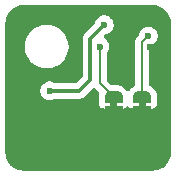
<source format=gbr>
%TF.GenerationSoftware,KiCad,Pcbnew,9.0.5*%
%TF.CreationDate,2025-11-24T08:28:41-05:00*%
%TF.ProjectId,temperature,74656d70-6572-4617-9475-72652e6b6963,rev?*%
%TF.SameCoordinates,Original*%
%TF.FileFunction,Copper,L2,Bot*%
%TF.FilePolarity,Positive*%
%FSLAX46Y46*%
G04 Gerber Fmt 4.6, Leading zero omitted, Abs format (unit mm)*
G04 Created by KiCad (PCBNEW 9.0.5) date 2025-11-24 08:28:41*
%MOMM*%
%LPD*%
G01*
G04 APERTURE LIST*
G04 Aperture macros list*
%AMFreePoly0*
4,1,23,0.500000,-0.750000,0.000000,-0.750000,0.000000,-0.745722,-0.065263,-0.745722,-0.191342,-0.711940,-0.304381,-0.646677,-0.396677,-0.554381,-0.461940,-0.441342,-0.495722,-0.315263,-0.495722,-0.250000,-0.500000,-0.250000,-0.500000,0.250000,-0.495722,0.250000,-0.495722,0.315263,-0.461940,0.441342,-0.396677,0.554381,-0.304381,0.646677,-0.191342,0.711940,-0.065263,0.745722,0.000000,0.745722,
0.000000,0.750000,0.500000,0.750000,0.500000,-0.750000,0.500000,-0.750000,$1*%
%AMFreePoly1*
4,1,23,0.000000,0.745722,0.065263,0.745722,0.191342,0.711940,0.304381,0.646677,0.396677,0.554381,0.461940,0.441342,0.495722,0.315263,0.495722,0.250000,0.500000,0.250000,0.500000,-0.250000,0.495722,-0.250000,0.495722,-0.315263,0.461940,-0.441342,0.396677,-0.554381,0.304381,-0.646677,0.191342,-0.711940,0.065263,-0.745722,0.000000,-0.745722,0.000000,-0.750000,-0.500000,-0.750000,
-0.500000,0.750000,0.000000,0.750000,0.000000,0.745722,0.000000,0.745722,$1*%
G04 Aperture macros list end*
%TA.AperFunction,EtchedComponent*%
%ADD10C,0.000000*%
%TD*%
%TA.AperFunction,SMDPad,CuDef*%
%ADD11FreePoly0,90.000000*%
%TD*%
%TA.AperFunction,SMDPad,CuDef*%
%ADD12FreePoly1,90.000000*%
%TD*%
%TA.AperFunction,ViaPad*%
%ADD13C,0.600000*%
%TD*%
%TA.AperFunction,Conductor*%
%ADD14C,0.300000*%
%TD*%
%TA.AperFunction,Conductor*%
%ADD15C,0.200000*%
%TD*%
G04 APERTURE END LIST*
D10*
%TA.AperFunction,EtchedComponent*%
%TO.C,JP2*%
G36*
X109400000Y-89150000D02*
G01*
X108800000Y-89150000D01*
X108800000Y-88650000D01*
X109400000Y-88650000D01*
X109400000Y-89150000D01*
G37*
%TD.AperFunction*%
%TA.AperFunction,EtchedComponent*%
%TO.C,JP1*%
G36*
X106955000Y-89150000D02*
G01*
X106355000Y-89150000D01*
X106355000Y-88650000D01*
X106955000Y-88650000D01*
X106955000Y-89150000D01*
G37*
%TD.AperFunction*%
%TD*%
D11*
%TO.P,JP2,1,A*%
%TO.N,GND*%
X109100000Y-89550000D03*
D12*
%TO.P,JP2,2,B*%
%TO.N,Net-(JP2-B)*%
X109100000Y-88250000D03*
%TD*%
D11*
%TO.P,JP1,1,A*%
%TO.N,GND*%
X106655000Y-89550000D03*
D12*
%TO.P,JP1,2,B*%
%TO.N,Net-(JP1-B)*%
X106655000Y-88250000D03*
%TD*%
D13*
%TO.N,Net-(JP2-B)*%
X109600000Y-83100000D03*
%TO.N,Net-(JP1-B)*%
X105500000Y-84000000D03*
%TO.N,GND*%
X100000000Y-81000000D03*
X98000000Y-82000000D03*
X111000000Y-87000000D03*
X111000000Y-91000000D03*
X111000000Y-89000000D03*
X108000000Y-94000000D03*
X111000000Y-82500000D03*
X103000000Y-94000000D03*
X105000000Y-90750000D03*
X98000000Y-92000000D03*
X110000000Y-81000000D03*
X111000000Y-85000000D03*
X98000000Y-88000000D03*
X106000000Y-81000000D03*
X101000000Y-94000000D03*
X98000000Y-90000000D03*
X102000000Y-81000000D03*
X111000000Y-93000000D03*
X104000000Y-81000000D03*
X110000000Y-94000000D03*
X98000000Y-86000000D03*
X98000000Y-84000000D03*
X109750000Y-84000000D03*
X105000000Y-94000000D03*
%TO.N,+3V3_SBC*%
X105862502Y-82157499D03*
X101250000Y-87750000D03*
%TD*%
D14*
%TO.N,+3V3_SBC*%
X101250000Y-87750000D02*
X103760000Y-87750000D01*
X104700000Y-86810000D02*
X104700000Y-83320001D01*
X103760000Y-87750000D02*
X104700000Y-86810000D01*
X104700000Y-83320001D02*
X105862502Y-82157499D01*
D15*
%TO.N,Net-(JP1-B)*%
X105500000Y-87095000D02*
X105500000Y-84000000D01*
X106655000Y-88250000D02*
X105500000Y-87095000D01*
%TO.N,Net-(JP2-B)*%
X109100000Y-88250000D02*
X109100000Y-83600000D01*
X109100000Y-83600000D02*
X109600000Y-83100000D01*
%TD*%
%TA.AperFunction,Conductor*%
%TO.N,GND*%
G36*
X110004418Y-80500816D02*
G01*
X110204561Y-80515130D01*
X110222063Y-80517647D01*
X110413797Y-80559355D01*
X110430755Y-80564334D01*
X110614609Y-80632909D01*
X110630701Y-80640259D01*
X110802904Y-80734288D01*
X110817784Y-80743849D01*
X110974867Y-80861441D01*
X110988237Y-80873027D01*
X111126972Y-81011762D01*
X111138558Y-81025132D01*
X111256146Y-81182210D01*
X111265711Y-81197095D01*
X111359740Y-81369298D01*
X111367090Y-81385390D01*
X111435662Y-81569236D01*
X111440646Y-81586212D01*
X111482351Y-81777931D01*
X111484869Y-81795442D01*
X111499184Y-81995580D01*
X111499500Y-82004427D01*
X111499500Y-92995572D01*
X111499184Y-93004419D01*
X111484869Y-93204557D01*
X111482351Y-93222068D01*
X111440646Y-93413787D01*
X111435662Y-93430763D01*
X111367090Y-93614609D01*
X111359740Y-93630701D01*
X111265711Y-93802904D01*
X111256146Y-93817789D01*
X111138558Y-93974867D01*
X111126972Y-93988237D01*
X110988237Y-94126972D01*
X110974867Y-94138558D01*
X110817789Y-94256146D01*
X110802904Y-94265711D01*
X110630701Y-94359740D01*
X110614609Y-94367090D01*
X110430763Y-94435662D01*
X110413787Y-94440646D01*
X110222068Y-94482351D01*
X110204557Y-94484869D01*
X110023779Y-94497799D01*
X110004417Y-94499184D01*
X109995572Y-94499500D01*
X99004428Y-94499500D01*
X98995582Y-94499184D01*
X98973622Y-94497613D01*
X98795442Y-94484869D01*
X98777931Y-94482351D01*
X98586212Y-94440646D01*
X98569236Y-94435662D01*
X98385390Y-94367090D01*
X98369298Y-94359740D01*
X98197095Y-94265711D01*
X98182210Y-94256146D01*
X98025132Y-94138558D01*
X98011762Y-94126972D01*
X97873027Y-93988237D01*
X97861441Y-93974867D01*
X97743849Y-93817784D01*
X97734288Y-93802904D01*
X97640259Y-93630701D01*
X97632909Y-93614609D01*
X97572091Y-93451551D01*
X97564334Y-93430755D01*
X97559355Y-93413797D01*
X97517647Y-93222063D01*
X97515130Y-93204556D01*
X97500816Y-93004418D01*
X97500500Y-92995572D01*
X97500500Y-87671153D01*
X100449500Y-87671153D01*
X100449500Y-87828846D01*
X100480261Y-87983489D01*
X100480264Y-87983501D01*
X100540602Y-88129172D01*
X100540609Y-88129185D01*
X100628210Y-88260288D01*
X100628213Y-88260292D01*
X100739707Y-88371786D01*
X100739711Y-88371789D01*
X100870814Y-88459390D01*
X100870827Y-88459397D01*
X101016498Y-88519735D01*
X101016503Y-88519737D01*
X101171153Y-88550499D01*
X101171156Y-88550500D01*
X101171158Y-88550500D01*
X101328844Y-88550500D01*
X101328845Y-88550499D01*
X101483497Y-88519737D01*
X101629179Y-88459394D01*
X101686044Y-88421397D01*
X101752721Y-88400520D01*
X101754935Y-88400500D01*
X103824071Y-88400500D01*
X103908615Y-88383682D01*
X103949744Y-88375501D01*
X104068127Y-88326465D01*
X104174669Y-88255277D01*
X104905175Y-87524769D01*
X104913118Y-87520432D01*
X104918543Y-87513186D01*
X104943302Y-87503950D01*
X104966496Y-87491286D01*
X104975525Y-87491931D01*
X104984007Y-87488768D01*
X105009829Y-87494385D01*
X105036187Y-87496270D01*
X105045239Y-87502087D01*
X105052280Y-87503619D01*
X105080531Y-87524768D01*
X105080534Y-87524770D01*
X105131284Y-87575520D01*
X105131285Y-87575520D01*
X105138353Y-87582588D01*
X105406756Y-87850991D01*
X105440241Y-87912314D01*
X105438850Y-87970765D01*
X105416725Y-88053338D01*
X105399500Y-88184166D01*
X105399500Y-88750002D01*
X105404644Y-88821940D01*
X105445182Y-88959994D01*
X105522967Y-89081030D01*
X105522971Y-89081034D01*
X105631700Y-89175249D01*
X105631706Y-89175254D01*
X105672174Y-89193735D01*
X105762580Y-89235023D01*
X105762583Y-89235023D01*
X105762584Y-89235024D01*
X105905000Y-89255500D01*
X105905003Y-89255500D01*
X107405000Y-89255500D01*
X107476940Y-89250355D01*
X107614992Y-89209819D01*
X107736032Y-89132031D01*
X107780384Y-89080846D01*
X107839162Y-89043073D01*
X107909031Y-89043073D01*
X107960478Y-89076135D01*
X107961267Y-89075225D01*
X107967595Y-89080708D01*
X107967806Y-89080844D01*
X107967969Y-89081033D01*
X108076700Y-89175249D01*
X108076706Y-89175254D01*
X108117174Y-89193735D01*
X108207580Y-89235023D01*
X108207583Y-89235023D01*
X108207584Y-89235024D01*
X108350000Y-89255500D01*
X108350003Y-89255500D01*
X109850000Y-89255500D01*
X109921940Y-89250355D01*
X110059992Y-89209819D01*
X110181032Y-89132031D01*
X110275254Y-89023294D01*
X110316542Y-88932884D01*
X110335023Y-88892419D01*
X110335024Y-88892414D01*
X110355500Y-88750000D01*
X110355500Y-88184174D01*
X110338275Y-88053338D01*
X110304200Y-87926171D01*
X110253701Y-87804257D01*
X110253698Y-87804252D01*
X110253697Y-87804249D01*
X110253696Y-87804248D01*
X110187879Y-87690250D01*
X110187875Y-87690243D01*
X110173230Y-87671158D01*
X110107544Y-87585555D01*
X110107541Y-87585551D01*
X110014449Y-87492459D01*
X110013761Y-87491931D01*
X109909767Y-87412132D01*
X109909749Y-87412120D01*
X109795753Y-87346304D01*
X109795741Y-87346298D01*
X109777042Y-87338552D01*
X109722641Y-87294709D01*
X109700579Y-87228413D01*
X109700500Y-87223993D01*
X109700500Y-83997955D01*
X109720185Y-83930916D01*
X109772989Y-83885161D01*
X109800303Y-83876339D01*
X109833497Y-83869737D01*
X109979179Y-83809394D01*
X110110289Y-83721789D01*
X110221789Y-83610289D01*
X110309394Y-83479179D01*
X110369737Y-83333497D01*
X110400500Y-83178842D01*
X110400500Y-83021158D01*
X110400500Y-83021155D01*
X110400499Y-83021153D01*
X110384471Y-82940577D01*
X110369737Y-82866503D01*
X110333612Y-82779288D01*
X110309397Y-82720827D01*
X110309390Y-82720814D01*
X110221789Y-82589711D01*
X110221786Y-82589707D01*
X110110292Y-82478213D01*
X110110288Y-82478210D01*
X109979185Y-82390609D01*
X109979172Y-82390602D01*
X109833501Y-82330264D01*
X109833489Y-82330261D01*
X109678845Y-82299500D01*
X109678842Y-82299500D01*
X109521158Y-82299500D01*
X109521155Y-82299500D01*
X109366510Y-82330261D01*
X109366498Y-82330264D01*
X109220827Y-82390602D01*
X109220814Y-82390609D01*
X109089711Y-82478210D01*
X109089707Y-82478213D01*
X108978213Y-82589707D01*
X108978210Y-82589711D01*
X108890609Y-82720814D01*
X108890602Y-82720827D01*
X108830264Y-82866498D01*
X108830261Y-82866508D01*
X108799362Y-83021847D01*
X108790597Y-83038602D01*
X108786578Y-83057081D01*
X108767834Y-83082118D01*
X108766977Y-83083758D01*
X108765427Y-83085335D01*
X108724224Y-83126538D01*
X108724212Y-83126552D01*
X108619480Y-83231284D01*
X108585231Y-83290606D01*
X108540423Y-83368215D01*
X108499499Y-83520943D01*
X108499499Y-83520945D01*
X108499499Y-83689046D01*
X108499500Y-83689059D01*
X108499500Y-87223993D01*
X108479815Y-87291032D01*
X108427011Y-87336787D01*
X108422958Y-87338552D01*
X108404258Y-87346298D01*
X108404246Y-87346304D01*
X108290250Y-87412120D01*
X108290232Y-87412132D01*
X108185555Y-87492455D01*
X108185545Y-87492464D01*
X108092464Y-87585545D01*
X108092455Y-87585555D01*
X108012132Y-87690232D01*
X108012125Y-87690243D01*
X107984887Y-87737421D01*
X107934319Y-87785636D01*
X107865712Y-87798858D01*
X107800848Y-87772890D01*
X107770113Y-87737421D01*
X107742875Y-87690243D01*
X107728230Y-87671158D01*
X107662544Y-87585555D01*
X107662541Y-87585551D01*
X107569449Y-87492459D01*
X107568761Y-87491931D01*
X107464767Y-87412132D01*
X107464749Y-87412120D01*
X107350751Y-87346303D01*
X107350750Y-87346302D01*
X107350740Y-87346298D01*
X107228829Y-87295800D01*
X107101662Y-87261725D01*
X107101661Y-87261724D01*
X107101658Y-87261724D01*
X106970833Y-87244500D01*
X106970826Y-87244500D01*
X106550097Y-87244500D01*
X106483058Y-87224815D01*
X106462416Y-87208181D01*
X106136819Y-86882583D01*
X106103334Y-86821260D01*
X106100500Y-86794902D01*
X106100500Y-84579765D01*
X106120185Y-84512726D01*
X106121398Y-84510874D01*
X106209390Y-84379185D01*
X106209390Y-84379184D01*
X106209394Y-84379179D01*
X106269737Y-84233497D01*
X106300500Y-84078842D01*
X106300500Y-83921158D01*
X106300500Y-83921155D01*
X106300499Y-83921153D01*
X106278269Y-83809397D01*
X106269737Y-83766503D01*
X106237654Y-83689046D01*
X106209397Y-83620827D01*
X106209390Y-83620814D01*
X106121789Y-83489711D01*
X106121786Y-83489707D01*
X106010292Y-83378213D01*
X106010288Y-83378210D01*
X105879178Y-83290605D01*
X105876854Y-83289363D01*
X105875863Y-83288389D01*
X105874114Y-83287221D01*
X105874335Y-83286889D01*
X105857618Y-83270469D01*
X105836037Y-83254313D01*
X105833068Y-83246355D01*
X105827008Y-83240402D01*
X105821041Y-83214108D01*
X105811620Y-83188849D01*
X105813425Y-83180548D01*
X105811546Y-83172265D01*
X105820740Y-83146922D01*
X105826472Y-83120576D01*
X105833899Y-83110654D01*
X105835376Y-83106584D01*
X105847616Y-83092329D01*
X105965433Y-82974512D01*
X106026754Y-82941029D01*
X106028819Y-82940598D01*
X106095999Y-82927236D01*
X106241681Y-82866893D01*
X106372791Y-82779288D01*
X106484291Y-82667788D01*
X106571896Y-82536678D01*
X106632239Y-82390996D01*
X106663002Y-82236341D01*
X106663002Y-82078657D01*
X106663002Y-82078654D01*
X106663001Y-82078652D01*
X106652920Y-82027970D01*
X106632239Y-81924002D01*
X106578989Y-81795443D01*
X106571899Y-81778326D01*
X106571892Y-81778313D01*
X106484291Y-81647210D01*
X106484288Y-81647206D01*
X106372794Y-81535712D01*
X106372790Y-81535709D01*
X106241687Y-81448108D01*
X106241674Y-81448101D01*
X106096003Y-81387763D01*
X106095991Y-81387760D01*
X105941347Y-81356999D01*
X105941344Y-81356999D01*
X105783660Y-81356999D01*
X105783657Y-81356999D01*
X105629012Y-81387760D01*
X105629000Y-81387763D01*
X105483329Y-81448101D01*
X105483316Y-81448108D01*
X105352213Y-81535709D01*
X105352209Y-81535712D01*
X105240715Y-81647206D01*
X105240712Y-81647210D01*
X105153111Y-81778313D01*
X105153104Y-81778326D01*
X105092766Y-81923997D01*
X105092763Y-81924007D01*
X105079422Y-81991078D01*
X105047037Y-82052989D01*
X105045486Y-82054567D01*
X104194723Y-82905331D01*
X104180089Y-82927234D01*
X104159533Y-82957999D01*
X104123538Y-83011868D01*
X104123533Y-83011876D01*
X104074499Y-83130256D01*
X104074497Y-83130262D01*
X104049500Y-83255929D01*
X104049500Y-86489192D01*
X104029815Y-86556231D01*
X104013181Y-86576873D01*
X103526873Y-87063181D01*
X103465550Y-87096666D01*
X103439192Y-87099500D01*
X101754935Y-87099500D01*
X101687896Y-87079815D01*
X101686090Y-87078633D01*
X101629179Y-87040606D01*
X101629172Y-87040602D01*
X101483501Y-86980264D01*
X101483489Y-86980261D01*
X101328845Y-86949500D01*
X101328842Y-86949500D01*
X101171158Y-86949500D01*
X101171155Y-86949500D01*
X101016510Y-86980261D01*
X101016498Y-86980264D01*
X100870827Y-87040602D01*
X100870814Y-87040609D01*
X100739711Y-87128210D01*
X100739707Y-87128213D01*
X100628213Y-87239707D01*
X100628210Y-87239711D01*
X100540609Y-87370814D01*
X100540602Y-87370827D01*
X100480264Y-87516498D01*
X100480261Y-87516510D01*
X100449500Y-87671153D01*
X97500500Y-87671153D01*
X97500500Y-83878711D01*
X99149500Y-83878711D01*
X99149500Y-84121288D01*
X99181161Y-84361785D01*
X99243947Y-84596104D01*
X99336773Y-84820205D01*
X99336776Y-84820212D01*
X99458064Y-85030289D01*
X99458066Y-85030292D01*
X99458067Y-85030293D01*
X99605733Y-85222736D01*
X99605739Y-85222743D01*
X99777256Y-85394260D01*
X99777262Y-85394265D01*
X99969711Y-85541936D01*
X100179788Y-85663224D01*
X100403900Y-85756054D01*
X100638211Y-85818838D01*
X100818586Y-85842584D01*
X100878711Y-85850500D01*
X100878712Y-85850500D01*
X101121289Y-85850500D01*
X101169388Y-85844167D01*
X101361789Y-85818838D01*
X101596100Y-85756054D01*
X101820212Y-85663224D01*
X102030289Y-85541936D01*
X102222738Y-85394265D01*
X102394265Y-85222738D01*
X102541936Y-85030289D01*
X102663224Y-84820212D01*
X102756054Y-84596100D01*
X102818838Y-84361789D01*
X102850500Y-84121288D01*
X102850500Y-83878712D01*
X102849318Y-83869737D01*
X102841374Y-83809390D01*
X102818838Y-83638211D01*
X102756054Y-83403900D01*
X102663224Y-83179788D01*
X102541936Y-82969711D01*
X102395820Y-82779288D01*
X102394266Y-82777263D01*
X102394260Y-82777256D01*
X102222743Y-82605739D01*
X102222736Y-82605733D01*
X102030293Y-82458067D01*
X102030292Y-82458066D01*
X102030289Y-82458064D01*
X101820212Y-82336776D01*
X101804491Y-82330264D01*
X101596104Y-82243947D01*
X101361785Y-82181161D01*
X101121289Y-82149500D01*
X101121288Y-82149500D01*
X100878712Y-82149500D01*
X100878711Y-82149500D01*
X100638214Y-82181161D01*
X100403895Y-82243947D01*
X100179794Y-82336773D01*
X100179785Y-82336777D01*
X99969706Y-82458067D01*
X99777263Y-82605733D01*
X99777256Y-82605739D01*
X99605739Y-82777256D01*
X99605733Y-82777263D01*
X99458067Y-82969706D01*
X99336777Y-83179785D01*
X99336773Y-83179794D01*
X99243947Y-83403895D01*
X99181161Y-83638214D01*
X99149500Y-83878711D01*
X97500500Y-83878711D01*
X97500500Y-82004427D01*
X97500816Y-81995581D01*
X97505935Y-81924007D01*
X97515131Y-81795434D01*
X97517646Y-81777938D01*
X97559356Y-81586199D01*
X97564333Y-81569248D01*
X97632911Y-81385385D01*
X97640259Y-81369298D01*
X97702815Y-81254734D01*
X97734291Y-81197089D01*
X97743845Y-81182221D01*
X97861448Y-81025123D01*
X97873020Y-81011769D01*
X98011769Y-80873020D01*
X98025123Y-80861448D01*
X98182221Y-80743845D01*
X98197089Y-80734291D01*
X98369298Y-80640258D01*
X98385385Y-80632911D01*
X98569248Y-80564333D01*
X98586199Y-80559356D01*
X98777938Y-80517646D01*
X98795436Y-80515130D01*
X98995582Y-80500816D01*
X99004428Y-80500500D01*
X99065892Y-80500500D01*
X109934108Y-80500500D01*
X109995572Y-80500500D01*
X110004418Y-80500816D01*
G37*
%TD.AperFunction*%
%TD*%
M02*

</source>
